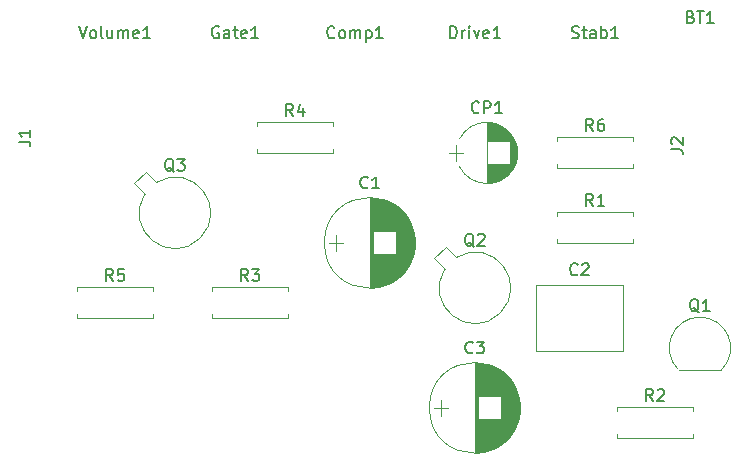
<source format=gbr>
G04 #@! TF.FileFunction,Legend,Top*
%FSLAX46Y46*%
G04 Gerber Fmt 4.6, Leading zero omitted, Abs format (unit mm)*
G04 Created by KiCad (PCBNEW 4.0.6) date 10/29/17 11:42:20*
%MOMM*%
%LPD*%
G01*
G04 APERTURE LIST*
%ADD10C,0.100000*%
%ADD11C,0.120000*%
%ADD12C,0.150000*%
G04 APERTURE END LIST*
D10*
D11*
X170190000Y-68580000D02*
G75*
G03X170190000Y-68580000I-3840000J0D01*
G01*
X166350000Y-64780000D02*
X166350000Y-72380000D01*
X166390000Y-64780000D02*
X166390000Y-72380000D01*
X166430000Y-64780000D02*
X166430000Y-72380000D01*
X166470000Y-64781000D02*
X166470000Y-72379000D01*
X166510000Y-64783000D02*
X166510000Y-72377000D01*
X166550000Y-64785000D02*
X166550000Y-72375000D01*
X166590000Y-64787000D02*
X166590000Y-72373000D01*
X166630000Y-64790000D02*
X166630000Y-67600000D01*
X166630000Y-69560000D02*
X166630000Y-72370000D01*
X166670000Y-64793000D02*
X166670000Y-67600000D01*
X166670000Y-69560000D02*
X166670000Y-72367000D01*
X166710000Y-64796000D02*
X166710000Y-67600000D01*
X166710000Y-69560000D02*
X166710000Y-72364000D01*
X166750000Y-64800000D02*
X166750000Y-67600000D01*
X166750000Y-69560000D02*
X166750000Y-72360000D01*
X166790000Y-64805000D02*
X166790000Y-67600000D01*
X166790000Y-69560000D02*
X166790000Y-72355000D01*
X166830000Y-64810000D02*
X166830000Y-67600000D01*
X166830000Y-69560000D02*
X166830000Y-72350000D01*
X166870000Y-64815000D02*
X166870000Y-67600000D01*
X166870000Y-69560000D02*
X166870000Y-72345000D01*
X166910000Y-64821000D02*
X166910000Y-67600000D01*
X166910000Y-69560000D02*
X166910000Y-72339000D01*
X166950000Y-64827000D02*
X166950000Y-67600000D01*
X166950000Y-69560000D02*
X166950000Y-72333000D01*
X166990000Y-64833000D02*
X166990000Y-67600000D01*
X166990000Y-69560000D02*
X166990000Y-72327000D01*
X167030000Y-64840000D02*
X167030000Y-67600000D01*
X167030000Y-69560000D02*
X167030000Y-72320000D01*
X167071000Y-64848000D02*
X167071000Y-67600000D01*
X167071000Y-69560000D02*
X167071000Y-72312000D01*
X167111000Y-64855000D02*
X167111000Y-67600000D01*
X167111000Y-69560000D02*
X167111000Y-72305000D01*
X167151000Y-64864000D02*
X167151000Y-67600000D01*
X167151000Y-69560000D02*
X167151000Y-72296000D01*
X167191000Y-64873000D02*
X167191000Y-67600000D01*
X167191000Y-69560000D02*
X167191000Y-72287000D01*
X167231000Y-64882000D02*
X167231000Y-67600000D01*
X167231000Y-69560000D02*
X167231000Y-72278000D01*
X167271000Y-64891000D02*
X167271000Y-67600000D01*
X167271000Y-69560000D02*
X167271000Y-72269000D01*
X167311000Y-64901000D02*
X167311000Y-67600000D01*
X167311000Y-69560000D02*
X167311000Y-72259000D01*
X167351000Y-64912000D02*
X167351000Y-67600000D01*
X167351000Y-69560000D02*
X167351000Y-72248000D01*
X167391000Y-64923000D02*
X167391000Y-67600000D01*
X167391000Y-69560000D02*
X167391000Y-72237000D01*
X167431000Y-64935000D02*
X167431000Y-67600000D01*
X167431000Y-69560000D02*
X167431000Y-72225000D01*
X167471000Y-64946000D02*
X167471000Y-67600000D01*
X167471000Y-69560000D02*
X167471000Y-72214000D01*
X167511000Y-64959000D02*
X167511000Y-67600000D01*
X167511000Y-69560000D02*
X167511000Y-72201000D01*
X167551000Y-64972000D02*
X167551000Y-67600000D01*
X167551000Y-69560000D02*
X167551000Y-72188000D01*
X167591000Y-64985000D02*
X167591000Y-67600000D01*
X167591000Y-69560000D02*
X167591000Y-72175000D01*
X167631000Y-64999000D02*
X167631000Y-67600000D01*
X167631000Y-69560000D02*
X167631000Y-72161000D01*
X167671000Y-65014000D02*
X167671000Y-67600000D01*
X167671000Y-69560000D02*
X167671000Y-72146000D01*
X167711000Y-65028000D02*
X167711000Y-67600000D01*
X167711000Y-69560000D02*
X167711000Y-72132000D01*
X167751000Y-65044000D02*
X167751000Y-67600000D01*
X167751000Y-69560000D02*
X167751000Y-72116000D01*
X167791000Y-65060000D02*
X167791000Y-67600000D01*
X167791000Y-69560000D02*
X167791000Y-72100000D01*
X167831000Y-65076000D02*
X167831000Y-67600000D01*
X167831000Y-69560000D02*
X167831000Y-72084000D01*
X167871000Y-65093000D02*
X167871000Y-67600000D01*
X167871000Y-69560000D02*
X167871000Y-72067000D01*
X167911000Y-65111000D02*
X167911000Y-67600000D01*
X167911000Y-69560000D02*
X167911000Y-72049000D01*
X167951000Y-65129000D02*
X167951000Y-67600000D01*
X167951000Y-69560000D02*
X167951000Y-72031000D01*
X167991000Y-65147000D02*
X167991000Y-67600000D01*
X167991000Y-69560000D02*
X167991000Y-72013000D01*
X168031000Y-65167000D02*
X168031000Y-67600000D01*
X168031000Y-69560000D02*
X168031000Y-71993000D01*
X168071000Y-65186000D02*
X168071000Y-67600000D01*
X168071000Y-69560000D02*
X168071000Y-71974000D01*
X168111000Y-65207000D02*
X168111000Y-67600000D01*
X168111000Y-69560000D02*
X168111000Y-71953000D01*
X168151000Y-65228000D02*
X168151000Y-67600000D01*
X168151000Y-69560000D02*
X168151000Y-71932000D01*
X168191000Y-65249000D02*
X168191000Y-67600000D01*
X168191000Y-69560000D02*
X168191000Y-71911000D01*
X168231000Y-65271000D02*
X168231000Y-67600000D01*
X168231000Y-69560000D02*
X168231000Y-71889000D01*
X168271000Y-65294000D02*
X168271000Y-67600000D01*
X168271000Y-69560000D02*
X168271000Y-71866000D01*
X168311000Y-65317000D02*
X168311000Y-67600000D01*
X168311000Y-69560000D02*
X168311000Y-71843000D01*
X168351000Y-65341000D02*
X168351000Y-67600000D01*
X168351000Y-69560000D02*
X168351000Y-71819000D01*
X168391000Y-65366000D02*
X168391000Y-67600000D01*
X168391000Y-69560000D02*
X168391000Y-71794000D01*
X168431000Y-65392000D02*
X168431000Y-67600000D01*
X168431000Y-69560000D02*
X168431000Y-71768000D01*
X168471000Y-65418000D02*
X168471000Y-67600000D01*
X168471000Y-69560000D02*
X168471000Y-71742000D01*
X168511000Y-65445000D02*
X168511000Y-67600000D01*
X168511000Y-69560000D02*
X168511000Y-71715000D01*
X168551000Y-65472000D02*
X168551000Y-67600000D01*
X168551000Y-69560000D02*
X168551000Y-71688000D01*
X168591000Y-65501000D02*
X168591000Y-71659000D01*
X168631000Y-65530000D02*
X168631000Y-71630000D01*
X168671000Y-65560000D02*
X168671000Y-71600000D01*
X168711000Y-65590000D02*
X168711000Y-71570000D01*
X168751000Y-65622000D02*
X168751000Y-71538000D01*
X168791000Y-65654000D02*
X168791000Y-71506000D01*
X168831000Y-65688000D02*
X168831000Y-71472000D01*
X168871000Y-65722000D02*
X168871000Y-71438000D01*
X168911000Y-65757000D02*
X168911000Y-71403000D01*
X168951000Y-65794000D02*
X168951000Y-71366000D01*
X168991000Y-65831000D02*
X168991000Y-71329000D01*
X169031000Y-65869000D02*
X169031000Y-71291000D01*
X169071000Y-65909000D02*
X169071000Y-71251000D01*
X169111000Y-65950000D02*
X169111000Y-71210000D01*
X169151000Y-65992000D02*
X169151000Y-71168000D01*
X169191000Y-66035000D02*
X169191000Y-71125000D01*
X169231000Y-66080000D02*
X169231000Y-71080000D01*
X169271000Y-66126000D02*
X169271000Y-71034000D01*
X169311000Y-66173000D02*
X169311000Y-70987000D01*
X169351000Y-66223000D02*
X169351000Y-70937000D01*
X169391000Y-66273000D02*
X169391000Y-70887000D01*
X169431000Y-66326000D02*
X169431000Y-70834000D01*
X169471000Y-66381000D02*
X169471000Y-70779000D01*
X169511000Y-66438000D02*
X169511000Y-70722000D01*
X169551000Y-66497000D02*
X169551000Y-70663000D01*
X169591000Y-66558000D02*
X169591000Y-70602000D01*
X169631000Y-66623000D02*
X169631000Y-70537000D01*
X169671000Y-66690000D02*
X169671000Y-70470000D01*
X169711000Y-66760000D02*
X169711000Y-70400000D01*
X169751000Y-66835000D02*
X169751000Y-70325000D01*
X169791000Y-66913000D02*
X169791000Y-70247000D01*
X169831000Y-66996000D02*
X169831000Y-70164000D01*
X169871000Y-67085000D02*
X169871000Y-70075000D01*
X169911000Y-67180000D02*
X169911000Y-69980000D01*
X169951000Y-67283000D02*
X169951000Y-69877000D01*
X169991000Y-67396000D02*
X169991000Y-69764000D01*
X170031000Y-67523000D02*
X170031000Y-69637000D01*
X170071000Y-67667000D02*
X170071000Y-69493000D01*
X170111000Y-67840000D02*
X170111000Y-69320000D01*
X170151000Y-68067000D02*
X170151000Y-69093000D01*
X162900000Y-68580000D02*
X164100000Y-68580000D01*
X163500000Y-67930000D02*
X163500000Y-69230000D01*
X180450000Y-72120000D02*
X187770000Y-72120000D01*
X180450000Y-77740000D02*
X187770000Y-77740000D01*
X180450000Y-72120000D02*
X180450000Y-77740000D01*
X187770000Y-72120000D02*
X187770000Y-77740000D01*
X179080000Y-82550000D02*
G75*
G03X179080000Y-82550000I-3840000J0D01*
G01*
X175240000Y-78750000D02*
X175240000Y-86350000D01*
X175280000Y-78750000D02*
X175280000Y-86350000D01*
X175320000Y-78750000D02*
X175320000Y-86350000D01*
X175360000Y-78751000D02*
X175360000Y-86349000D01*
X175400000Y-78753000D02*
X175400000Y-86347000D01*
X175440000Y-78755000D02*
X175440000Y-86345000D01*
X175480000Y-78757000D02*
X175480000Y-86343000D01*
X175520000Y-78760000D02*
X175520000Y-81570000D01*
X175520000Y-83530000D02*
X175520000Y-86340000D01*
X175560000Y-78763000D02*
X175560000Y-81570000D01*
X175560000Y-83530000D02*
X175560000Y-86337000D01*
X175600000Y-78766000D02*
X175600000Y-81570000D01*
X175600000Y-83530000D02*
X175600000Y-86334000D01*
X175640000Y-78770000D02*
X175640000Y-81570000D01*
X175640000Y-83530000D02*
X175640000Y-86330000D01*
X175680000Y-78775000D02*
X175680000Y-81570000D01*
X175680000Y-83530000D02*
X175680000Y-86325000D01*
X175720000Y-78780000D02*
X175720000Y-81570000D01*
X175720000Y-83530000D02*
X175720000Y-86320000D01*
X175760000Y-78785000D02*
X175760000Y-81570000D01*
X175760000Y-83530000D02*
X175760000Y-86315000D01*
X175800000Y-78791000D02*
X175800000Y-81570000D01*
X175800000Y-83530000D02*
X175800000Y-86309000D01*
X175840000Y-78797000D02*
X175840000Y-81570000D01*
X175840000Y-83530000D02*
X175840000Y-86303000D01*
X175880000Y-78803000D02*
X175880000Y-81570000D01*
X175880000Y-83530000D02*
X175880000Y-86297000D01*
X175920000Y-78810000D02*
X175920000Y-81570000D01*
X175920000Y-83530000D02*
X175920000Y-86290000D01*
X175961000Y-78818000D02*
X175961000Y-81570000D01*
X175961000Y-83530000D02*
X175961000Y-86282000D01*
X176001000Y-78825000D02*
X176001000Y-81570000D01*
X176001000Y-83530000D02*
X176001000Y-86275000D01*
X176041000Y-78834000D02*
X176041000Y-81570000D01*
X176041000Y-83530000D02*
X176041000Y-86266000D01*
X176081000Y-78843000D02*
X176081000Y-81570000D01*
X176081000Y-83530000D02*
X176081000Y-86257000D01*
X176121000Y-78852000D02*
X176121000Y-81570000D01*
X176121000Y-83530000D02*
X176121000Y-86248000D01*
X176161000Y-78861000D02*
X176161000Y-81570000D01*
X176161000Y-83530000D02*
X176161000Y-86239000D01*
X176201000Y-78871000D02*
X176201000Y-81570000D01*
X176201000Y-83530000D02*
X176201000Y-86229000D01*
X176241000Y-78882000D02*
X176241000Y-81570000D01*
X176241000Y-83530000D02*
X176241000Y-86218000D01*
X176281000Y-78893000D02*
X176281000Y-81570000D01*
X176281000Y-83530000D02*
X176281000Y-86207000D01*
X176321000Y-78905000D02*
X176321000Y-81570000D01*
X176321000Y-83530000D02*
X176321000Y-86195000D01*
X176361000Y-78916000D02*
X176361000Y-81570000D01*
X176361000Y-83530000D02*
X176361000Y-86184000D01*
X176401000Y-78929000D02*
X176401000Y-81570000D01*
X176401000Y-83530000D02*
X176401000Y-86171000D01*
X176441000Y-78942000D02*
X176441000Y-81570000D01*
X176441000Y-83530000D02*
X176441000Y-86158000D01*
X176481000Y-78955000D02*
X176481000Y-81570000D01*
X176481000Y-83530000D02*
X176481000Y-86145000D01*
X176521000Y-78969000D02*
X176521000Y-81570000D01*
X176521000Y-83530000D02*
X176521000Y-86131000D01*
X176561000Y-78984000D02*
X176561000Y-81570000D01*
X176561000Y-83530000D02*
X176561000Y-86116000D01*
X176601000Y-78998000D02*
X176601000Y-81570000D01*
X176601000Y-83530000D02*
X176601000Y-86102000D01*
X176641000Y-79014000D02*
X176641000Y-81570000D01*
X176641000Y-83530000D02*
X176641000Y-86086000D01*
X176681000Y-79030000D02*
X176681000Y-81570000D01*
X176681000Y-83530000D02*
X176681000Y-86070000D01*
X176721000Y-79046000D02*
X176721000Y-81570000D01*
X176721000Y-83530000D02*
X176721000Y-86054000D01*
X176761000Y-79063000D02*
X176761000Y-81570000D01*
X176761000Y-83530000D02*
X176761000Y-86037000D01*
X176801000Y-79081000D02*
X176801000Y-81570000D01*
X176801000Y-83530000D02*
X176801000Y-86019000D01*
X176841000Y-79099000D02*
X176841000Y-81570000D01*
X176841000Y-83530000D02*
X176841000Y-86001000D01*
X176881000Y-79117000D02*
X176881000Y-81570000D01*
X176881000Y-83530000D02*
X176881000Y-85983000D01*
X176921000Y-79137000D02*
X176921000Y-81570000D01*
X176921000Y-83530000D02*
X176921000Y-85963000D01*
X176961000Y-79156000D02*
X176961000Y-81570000D01*
X176961000Y-83530000D02*
X176961000Y-85944000D01*
X177001000Y-79177000D02*
X177001000Y-81570000D01*
X177001000Y-83530000D02*
X177001000Y-85923000D01*
X177041000Y-79198000D02*
X177041000Y-81570000D01*
X177041000Y-83530000D02*
X177041000Y-85902000D01*
X177081000Y-79219000D02*
X177081000Y-81570000D01*
X177081000Y-83530000D02*
X177081000Y-85881000D01*
X177121000Y-79241000D02*
X177121000Y-81570000D01*
X177121000Y-83530000D02*
X177121000Y-85859000D01*
X177161000Y-79264000D02*
X177161000Y-81570000D01*
X177161000Y-83530000D02*
X177161000Y-85836000D01*
X177201000Y-79287000D02*
X177201000Y-81570000D01*
X177201000Y-83530000D02*
X177201000Y-85813000D01*
X177241000Y-79311000D02*
X177241000Y-81570000D01*
X177241000Y-83530000D02*
X177241000Y-85789000D01*
X177281000Y-79336000D02*
X177281000Y-81570000D01*
X177281000Y-83530000D02*
X177281000Y-85764000D01*
X177321000Y-79362000D02*
X177321000Y-81570000D01*
X177321000Y-83530000D02*
X177321000Y-85738000D01*
X177361000Y-79388000D02*
X177361000Y-81570000D01*
X177361000Y-83530000D02*
X177361000Y-85712000D01*
X177401000Y-79415000D02*
X177401000Y-81570000D01*
X177401000Y-83530000D02*
X177401000Y-85685000D01*
X177441000Y-79442000D02*
X177441000Y-81570000D01*
X177441000Y-83530000D02*
X177441000Y-85658000D01*
X177481000Y-79471000D02*
X177481000Y-85629000D01*
X177521000Y-79500000D02*
X177521000Y-85600000D01*
X177561000Y-79530000D02*
X177561000Y-85570000D01*
X177601000Y-79560000D02*
X177601000Y-85540000D01*
X177641000Y-79592000D02*
X177641000Y-85508000D01*
X177681000Y-79624000D02*
X177681000Y-85476000D01*
X177721000Y-79658000D02*
X177721000Y-85442000D01*
X177761000Y-79692000D02*
X177761000Y-85408000D01*
X177801000Y-79727000D02*
X177801000Y-85373000D01*
X177841000Y-79764000D02*
X177841000Y-85336000D01*
X177881000Y-79801000D02*
X177881000Y-85299000D01*
X177921000Y-79839000D02*
X177921000Y-85261000D01*
X177961000Y-79879000D02*
X177961000Y-85221000D01*
X178001000Y-79920000D02*
X178001000Y-85180000D01*
X178041000Y-79962000D02*
X178041000Y-85138000D01*
X178081000Y-80005000D02*
X178081000Y-85095000D01*
X178121000Y-80050000D02*
X178121000Y-85050000D01*
X178161000Y-80096000D02*
X178161000Y-85004000D01*
X178201000Y-80143000D02*
X178201000Y-84957000D01*
X178241000Y-80193000D02*
X178241000Y-84907000D01*
X178281000Y-80243000D02*
X178281000Y-84857000D01*
X178321000Y-80296000D02*
X178321000Y-84804000D01*
X178361000Y-80351000D02*
X178361000Y-84749000D01*
X178401000Y-80408000D02*
X178401000Y-84692000D01*
X178441000Y-80467000D02*
X178441000Y-84633000D01*
X178481000Y-80528000D02*
X178481000Y-84572000D01*
X178521000Y-80593000D02*
X178521000Y-84507000D01*
X178561000Y-80660000D02*
X178561000Y-84440000D01*
X178601000Y-80730000D02*
X178601000Y-84370000D01*
X178641000Y-80805000D02*
X178641000Y-84295000D01*
X178681000Y-80883000D02*
X178681000Y-84217000D01*
X178721000Y-80966000D02*
X178721000Y-84134000D01*
X178761000Y-81055000D02*
X178761000Y-84045000D01*
X178801000Y-81150000D02*
X178801000Y-83950000D01*
X178841000Y-81253000D02*
X178841000Y-83847000D01*
X178881000Y-81366000D02*
X178881000Y-83734000D01*
X178921000Y-81493000D02*
X178921000Y-83607000D01*
X178961000Y-81637000D02*
X178961000Y-83463000D01*
X179001000Y-81810000D02*
X179001000Y-83290000D01*
X179041000Y-82037000D02*
X179041000Y-83063000D01*
X171790000Y-82550000D02*
X172990000Y-82550000D01*
X172390000Y-81900000D02*
X172390000Y-83200000D01*
X178565722Y-59780277D02*
G75*
G03X173954420Y-59780000I-2305722J-1179723D01*
G01*
X178565722Y-62139723D02*
G75*
G02X173954420Y-62140000I-2305722J1179723D01*
G01*
X178565722Y-62139723D02*
G75*
G03X178565580Y-59780000I-2305722J1179723D01*
G01*
X176260000Y-58410000D02*
X176260000Y-63510000D01*
X176300000Y-58410000D02*
X176300000Y-59980000D01*
X176300000Y-61940000D02*
X176300000Y-63510000D01*
X176340000Y-58411000D02*
X176340000Y-59980000D01*
X176340000Y-61940000D02*
X176340000Y-63509000D01*
X176380000Y-58412000D02*
X176380000Y-59980000D01*
X176380000Y-61940000D02*
X176380000Y-63508000D01*
X176420000Y-58414000D02*
X176420000Y-59980000D01*
X176420000Y-61940000D02*
X176420000Y-63506000D01*
X176460000Y-58417000D02*
X176460000Y-59980000D01*
X176460000Y-61940000D02*
X176460000Y-63503000D01*
X176500000Y-58421000D02*
X176500000Y-59980000D01*
X176500000Y-61940000D02*
X176500000Y-63499000D01*
X176540000Y-58425000D02*
X176540000Y-59980000D01*
X176540000Y-61940000D02*
X176540000Y-63495000D01*
X176580000Y-58429000D02*
X176580000Y-59980000D01*
X176580000Y-61940000D02*
X176580000Y-63491000D01*
X176620000Y-58435000D02*
X176620000Y-59980000D01*
X176620000Y-61940000D02*
X176620000Y-63485000D01*
X176660000Y-58441000D02*
X176660000Y-59980000D01*
X176660000Y-61940000D02*
X176660000Y-63479000D01*
X176700000Y-58447000D02*
X176700000Y-59980000D01*
X176700000Y-61940000D02*
X176700000Y-63473000D01*
X176740000Y-58454000D02*
X176740000Y-59980000D01*
X176740000Y-61940000D02*
X176740000Y-63466000D01*
X176780000Y-58462000D02*
X176780000Y-59980000D01*
X176780000Y-61940000D02*
X176780000Y-63458000D01*
X176820000Y-58471000D02*
X176820000Y-59980000D01*
X176820000Y-61940000D02*
X176820000Y-63449000D01*
X176860000Y-58480000D02*
X176860000Y-59980000D01*
X176860000Y-61940000D02*
X176860000Y-63440000D01*
X176900000Y-58490000D02*
X176900000Y-59980000D01*
X176900000Y-61940000D02*
X176900000Y-63430000D01*
X176940000Y-58500000D02*
X176940000Y-59980000D01*
X176940000Y-61940000D02*
X176940000Y-63420000D01*
X176981000Y-58512000D02*
X176981000Y-59980000D01*
X176981000Y-61940000D02*
X176981000Y-63408000D01*
X177021000Y-58524000D02*
X177021000Y-59980000D01*
X177021000Y-61940000D02*
X177021000Y-63396000D01*
X177061000Y-58536000D02*
X177061000Y-59980000D01*
X177061000Y-61940000D02*
X177061000Y-63384000D01*
X177101000Y-58550000D02*
X177101000Y-59980000D01*
X177101000Y-61940000D02*
X177101000Y-63370000D01*
X177141000Y-58564000D02*
X177141000Y-59980000D01*
X177141000Y-61940000D02*
X177141000Y-63356000D01*
X177181000Y-58578000D02*
X177181000Y-59980000D01*
X177181000Y-61940000D02*
X177181000Y-63342000D01*
X177221000Y-58594000D02*
X177221000Y-59980000D01*
X177221000Y-61940000D02*
X177221000Y-63326000D01*
X177261000Y-58610000D02*
X177261000Y-59980000D01*
X177261000Y-61940000D02*
X177261000Y-63310000D01*
X177301000Y-58627000D02*
X177301000Y-59980000D01*
X177301000Y-61940000D02*
X177301000Y-63293000D01*
X177341000Y-58645000D02*
X177341000Y-59980000D01*
X177341000Y-61940000D02*
X177341000Y-63275000D01*
X177381000Y-58664000D02*
X177381000Y-59980000D01*
X177381000Y-61940000D02*
X177381000Y-63256000D01*
X177421000Y-58684000D02*
X177421000Y-59980000D01*
X177421000Y-61940000D02*
X177421000Y-63236000D01*
X177461000Y-58704000D02*
X177461000Y-59980000D01*
X177461000Y-61940000D02*
X177461000Y-63216000D01*
X177501000Y-58726000D02*
X177501000Y-59980000D01*
X177501000Y-61940000D02*
X177501000Y-63194000D01*
X177541000Y-58748000D02*
X177541000Y-59980000D01*
X177541000Y-61940000D02*
X177541000Y-63172000D01*
X177581000Y-58771000D02*
X177581000Y-59980000D01*
X177581000Y-61940000D02*
X177581000Y-63149000D01*
X177621000Y-58795000D02*
X177621000Y-59980000D01*
X177621000Y-61940000D02*
X177621000Y-63125000D01*
X177661000Y-58820000D02*
X177661000Y-59980000D01*
X177661000Y-61940000D02*
X177661000Y-63100000D01*
X177701000Y-58847000D02*
X177701000Y-59980000D01*
X177701000Y-61940000D02*
X177701000Y-63073000D01*
X177741000Y-58874000D02*
X177741000Y-59980000D01*
X177741000Y-61940000D02*
X177741000Y-63046000D01*
X177781000Y-58902000D02*
X177781000Y-59980000D01*
X177781000Y-61940000D02*
X177781000Y-63018000D01*
X177821000Y-58932000D02*
X177821000Y-59980000D01*
X177821000Y-61940000D02*
X177821000Y-62988000D01*
X177861000Y-58963000D02*
X177861000Y-59980000D01*
X177861000Y-61940000D02*
X177861000Y-62957000D01*
X177901000Y-58995000D02*
X177901000Y-59980000D01*
X177901000Y-61940000D02*
X177901000Y-62925000D01*
X177941000Y-59028000D02*
X177941000Y-59980000D01*
X177941000Y-61940000D02*
X177941000Y-62892000D01*
X177981000Y-59063000D02*
X177981000Y-59980000D01*
X177981000Y-61940000D02*
X177981000Y-62857000D01*
X178021000Y-59099000D02*
X178021000Y-59980000D01*
X178021000Y-61940000D02*
X178021000Y-62821000D01*
X178061000Y-59137000D02*
X178061000Y-59980000D01*
X178061000Y-61940000D02*
X178061000Y-62783000D01*
X178101000Y-59177000D02*
X178101000Y-59980000D01*
X178101000Y-61940000D02*
X178101000Y-62743000D01*
X178141000Y-59218000D02*
X178141000Y-59980000D01*
X178141000Y-61940000D02*
X178141000Y-62702000D01*
X178181000Y-59261000D02*
X178181000Y-59980000D01*
X178181000Y-61940000D02*
X178181000Y-62659000D01*
X178221000Y-59306000D02*
X178221000Y-59980000D01*
X178221000Y-61940000D02*
X178221000Y-62614000D01*
X178261000Y-59354000D02*
X178261000Y-62566000D01*
X178301000Y-59404000D02*
X178301000Y-62516000D01*
X178341000Y-59456000D02*
X178341000Y-62464000D01*
X178381000Y-59512000D02*
X178381000Y-62408000D01*
X178421000Y-59570000D02*
X178421000Y-62350000D01*
X178461000Y-59633000D02*
X178461000Y-62287000D01*
X178501000Y-59699000D02*
X178501000Y-62221000D01*
X178541000Y-59771000D02*
X178541000Y-62149000D01*
X178581000Y-59848000D02*
X178581000Y-62072000D01*
X178621000Y-59932000D02*
X178621000Y-61988000D01*
X178661000Y-60026000D02*
X178661000Y-61894000D01*
X178701000Y-60131000D02*
X178701000Y-61789000D01*
X178741000Y-60253000D02*
X178741000Y-61667000D01*
X178781000Y-60401000D02*
X178781000Y-61519000D01*
X178821000Y-60606000D02*
X178821000Y-61314000D01*
X173060000Y-60960000D02*
X174260000Y-60960000D01*
X173660000Y-60310000D02*
X173660000Y-61610000D01*
X192510000Y-79320000D02*
X196110000Y-79320000D01*
X192471522Y-79308478D02*
G75*
G02X194310000Y-74870000I1838478J1838478D01*
G01*
X196148478Y-79308478D02*
G75*
G03X194310000Y-74870000I-1838478J1838478D01*
G01*
X173677669Y-69817719D02*
X172765501Y-68905552D01*
X172765501Y-68905552D02*
X171775552Y-69895501D01*
X171775552Y-69895501D02*
X172687719Y-70807669D01*
X172687850Y-70807456D02*
G75*
G03X173677669Y-69817719I2572150J-1582544D01*
G01*
X148277669Y-63467719D02*
X147365501Y-62555552D01*
X147365501Y-62555552D02*
X146375552Y-63545501D01*
X146375552Y-63545501D02*
X147287719Y-64457669D01*
X147287850Y-64457456D02*
G75*
G03X148277669Y-63467719I2572150J-1582544D01*
G01*
X182210000Y-66330000D02*
X182210000Y-66000000D01*
X182210000Y-66000000D02*
X188630000Y-66000000D01*
X188630000Y-66000000D02*
X188630000Y-66330000D01*
X182210000Y-68290000D02*
X182210000Y-68620000D01*
X182210000Y-68620000D02*
X188630000Y-68620000D01*
X188630000Y-68620000D02*
X188630000Y-68290000D01*
X187290000Y-82840000D02*
X187290000Y-82510000D01*
X187290000Y-82510000D02*
X193710000Y-82510000D01*
X193710000Y-82510000D02*
X193710000Y-82840000D01*
X187290000Y-84800000D02*
X187290000Y-85130000D01*
X187290000Y-85130000D02*
X193710000Y-85130000D01*
X193710000Y-85130000D02*
X193710000Y-84800000D01*
X153000000Y-72680000D02*
X153000000Y-72350000D01*
X153000000Y-72350000D02*
X159420000Y-72350000D01*
X159420000Y-72350000D02*
X159420000Y-72680000D01*
X153000000Y-74640000D02*
X153000000Y-74970000D01*
X153000000Y-74970000D02*
X159420000Y-74970000D01*
X159420000Y-74970000D02*
X159420000Y-74640000D01*
X156810000Y-58710000D02*
X156810000Y-58380000D01*
X156810000Y-58380000D02*
X163230000Y-58380000D01*
X163230000Y-58380000D02*
X163230000Y-58710000D01*
X156810000Y-60670000D02*
X156810000Y-61000000D01*
X156810000Y-61000000D02*
X163230000Y-61000000D01*
X163230000Y-61000000D02*
X163230000Y-60670000D01*
X141570000Y-72680000D02*
X141570000Y-72350000D01*
X141570000Y-72350000D02*
X147990000Y-72350000D01*
X147990000Y-72350000D02*
X147990000Y-72680000D01*
X141570000Y-74640000D02*
X141570000Y-74970000D01*
X141570000Y-74970000D02*
X147990000Y-74970000D01*
X147990000Y-74970000D02*
X147990000Y-74640000D01*
X182210000Y-59980000D02*
X182210000Y-59650000D01*
X182210000Y-59650000D02*
X188630000Y-59650000D01*
X188630000Y-59650000D02*
X188630000Y-59980000D01*
X182210000Y-61940000D02*
X182210000Y-62270000D01*
X182210000Y-62270000D02*
X188630000Y-62270000D01*
X188630000Y-62270000D02*
X188630000Y-61940000D01*
D12*
X193524286Y-49458571D02*
X193667143Y-49506190D01*
X193714762Y-49553810D01*
X193762381Y-49649048D01*
X193762381Y-49791905D01*
X193714762Y-49887143D01*
X193667143Y-49934762D01*
X193571905Y-49982381D01*
X193190952Y-49982381D01*
X193190952Y-48982381D01*
X193524286Y-48982381D01*
X193619524Y-49030000D01*
X193667143Y-49077619D01*
X193714762Y-49172857D01*
X193714762Y-49268095D01*
X193667143Y-49363333D01*
X193619524Y-49410952D01*
X193524286Y-49458571D01*
X193190952Y-49458571D01*
X194048095Y-48982381D02*
X194619524Y-48982381D01*
X194333809Y-49982381D02*
X194333809Y-48982381D01*
X195476667Y-49982381D02*
X194905238Y-49982381D01*
X195190952Y-49982381D02*
X195190952Y-48982381D01*
X195095714Y-49125238D01*
X195000476Y-49220476D01*
X194905238Y-49268095D01*
X166183334Y-63877143D02*
X166135715Y-63924762D01*
X165992858Y-63972381D01*
X165897620Y-63972381D01*
X165754762Y-63924762D01*
X165659524Y-63829524D01*
X165611905Y-63734286D01*
X165564286Y-63543810D01*
X165564286Y-63400952D01*
X165611905Y-63210476D01*
X165659524Y-63115238D01*
X165754762Y-63020000D01*
X165897620Y-62972381D01*
X165992858Y-62972381D01*
X166135715Y-63020000D01*
X166183334Y-63067619D01*
X167135715Y-63972381D02*
X166564286Y-63972381D01*
X166850000Y-63972381D02*
X166850000Y-62972381D01*
X166754762Y-63115238D01*
X166659524Y-63210476D01*
X166564286Y-63258095D01*
X183943334Y-71227143D02*
X183895715Y-71274762D01*
X183752858Y-71322381D01*
X183657620Y-71322381D01*
X183514762Y-71274762D01*
X183419524Y-71179524D01*
X183371905Y-71084286D01*
X183324286Y-70893810D01*
X183324286Y-70750952D01*
X183371905Y-70560476D01*
X183419524Y-70465238D01*
X183514762Y-70370000D01*
X183657620Y-70322381D01*
X183752858Y-70322381D01*
X183895715Y-70370000D01*
X183943334Y-70417619D01*
X184324286Y-70417619D02*
X184371905Y-70370000D01*
X184467143Y-70322381D01*
X184705239Y-70322381D01*
X184800477Y-70370000D01*
X184848096Y-70417619D01*
X184895715Y-70512857D01*
X184895715Y-70608095D01*
X184848096Y-70750952D01*
X184276667Y-71322381D01*
X184895715Y-71322381D01*
X175073334Y-77847143D02*
X175025715Y-77894762D01*
X174882858Y-77942381D01*
X174787620Y-77942381D01*
X174644762Y-77894762D01*
X174549524Y-77799524D01*
X174501905Y-77704286D01*
X174454286Y-77513810D01*
X174454286Y-77370952D01*
X174501905Y-77180476D01*
X174549524Y-77085238D01*
X174644762Y-76990000D01*
X174787620Y-76942381D01*
X174882858Y-76942381D01*
X175025715Y-76990000D01*
X175073334Y-77037619D01*
X175406667Y-76942381D02*
X176025715Y-76942381D01*
X175692381Y-77323333D01*
X175835239Y-77323333D01*
X175930477Y-77370952D01*
X175978096Y-77418571D01*
X176025715Y-77513810D01*
X176025715Y-77751905D01*
X175978096Y-77847143D01*
X175930477Y-77894762D01*
X175835239Y-77942381D01*
X175549524Y-77942381D01*
X175454286Y-77894762D01*
X175406667Y-77847143D01*
X163361905Y-51157143D02*
X163314286Y-51204762D01*
X163171429Y-51252381D01*
X163076191Y-51252381D01*
X162933333Y-51204762D01*
X162838095Y-51109524D01*
X162790476Y-51014286D01*
X162742857Y-50823810D01*
X162742857Y-50680952D01*
X162790476Y-50490476D01*
X162838095Y-50395238D01*
X162933333Y-50300000D01*
X163076191Y-50252381D01*
X163171429Y-50252381D01*
X163314286Y-50300000D01*
X163361905Y-50347619D01*
X163933333Y-51252381D02*
X163838095Y-51204762D01*
X163790476Y-51157143D01*
X163742857Y-51061905D01*
X163742857Y-50776190D01*
X163790476Y-50680952D01*
X163838095Y-50633333D01*
X163933333Y-50585714D01*
X164076191Y-50585714D01*
X164171429Y-50633333D01*
X164219048Y-50680952D01*
X164266667Y-50776190D01*
X164266667Y-51061905D01*
X164219048Y-51157143D01*
X164171429Y-51204762D01*
X164076191Y-51252381D01*
X163933333Y-51252381D01*
X164695238Y-51252381D02*
X164695238Y-50585714D01*
X164695238Y-50680952D02*
X164742857Y-50633333D01*
X164838095Y-50585714D01*
X164980953Y-50585714D01*
X165076191Y-50633333D01*
X165123810Y-50728571D01*
X165123810Y-51252381D01*
X165123810Y-50728571D02*
X165171429Y-50633333D01*
X165266667Y-50585714D01*
X165409524Y-50585714D01*
X165504762Y-50633333D01*
X165552381Y-50728571D01*
X165552381Y-51252381D01*
X166028571Y-50585714D02*
X166028571Y-51585714D01*
X166028571Y-50633333D02*
X166123809Y-50585714D01*
X166314286Y-50585714D01*
X166409524Y-50633333D01*
X166457143Y-50680952D01*
X166504762Y-50776190D01*
X166504762Y-51061905D01*
X166457143Y-51157143D01*
X166409524Y-51204762D01*
X166314286Y-51252381D01*
X166123809Y-51252381D01*
X166028571Y-51204762D01*
X167457143Y-51252381D02*
X166885714Y-51252381D01*
X167171428Y-51252381D02*
X167171428Y-50252381D01*
X167076190Y-50395238D01*
X166980952Y-50490476D01*
X166885714Y-50538095D01*
X175593334Y-57507143D02*
X175545715Y-57554762D01*
X175402858Y-57602381D01*
X175307620Y-57602381D01*
X175164762Y-57554762D01*
X175069524Y-57459524D01*
X175021905Y-57364286D01*
X174974286Y-57173810D01*
X174974286Y-57030952D01*
X175021905Y-56840476D01*
X175069524Y-56745238D01*
X175164762Y-56650000D01*
X175307620Y-56602381D01*
X175402858Y-56602381D01*
X175545715Y-56650000D01*
X175593334Y-56697619D01*
X176021905Y-57602381D02*
X176021905Y-56602381D01*
X176402858Y-56602381D01*
X176498096Y-56650000D01*
X176545715Y-56697619D01*
X176593334Y-56792857D01*
X176593334Y-56935714D01*
X176545715Y-57030952D01*
X176498096Y-57078571D01*
X176402858Y-57126190D01*
X176021905Y-57126190D01*
X177545715Y-57602381D02*
X176974286Y-57602381D01*
X177260000Y-57602381D02*
X177260000Y-56602381D01*
X177164762Y-56745238D01*
X177069524Y-56840476D01*
X176974286Y-56888095D01*
X173164762Y-51252381D02*
X173164762Y-50252381D01*
X173402857Y-50252381D01*
X173545715Y-50300000D01*
X173640953Y-50395238D01*
X173688572Y-50490476D01*
X173736191Y-50680952D01*
X173736191Y-50823810D01*
X173688572Y-51014286D01*
X173640953Y-51109524D01*
X173545715Y-51204762D01*
X173402857Y-51252381D01*
X173164762Y-51252381D01*
X174164762Y-51252381D02*
X174164762Y-50585714D01*
X174164762Y-50776190D02*
X174212381Y-50680952D01*
X174260000Y-50633333D01*
X174355238Y-50585714D01*
X174450477Y-50585714D01*
X174783810Y-51252381D02*
X174783810Y-50585714D01*
X174783810Y-50252381D02*
X174736191Y-50300000D01*
X174783810Y-50347619D01*
X174831429Y-50300000D01*
X174783810Y-50252381D01*
X174783810Y-50347619D01*
X175164762Y-50585714D02*
X175402857Y-51252381D01*
X175640953Y-50585714D01*
X176402858Y-51204762D02*
X176307620Y-51252381D01*
X176117143Y-51252381D01*
X176021905Y-51204762D01*
X175974286Y-51109524D01*
X175974286Y-50728571D01*
X176021905Y-50633333D01*
X176117143Y-50585714D01*
X176307620Y-50585714D01*
X176402858Y-50633333D01*
X176450477Y-50728571D01*
X176450477Y-50823810D01*
X175974286Y-50919048D01*
X177402858Y-51252381D02*
X176831429Y-51252381D01*
X177117143Y-51252381D02*
X177117143Y-50252381D01*
X177021905Y-50395238D01*
X176926667Y-50490476D01*
X176831429Y-50538095D01*
X153559048Y-50300000D02*
X153463810Y-50252381D01*
X153320953Y-50252381D01*
X153178095Y-50300000D01*
X153082857Y-50395238D01*
X153035238Y-50490476D01*
X152987619Y-50680952D01*
X152987619Y-50823810D01*
X153035238Y-51014286D01*
X153082857Y-51109524D01*
X153178095Y-51204762D01*
X153320953Y-51252381D01*
X153416191Y-51252381D01*
X153559048Y-51204762D01*
X153606667Y-51157143D01*
X153606667Y-50823810D01*
X153416191Y-50823810D01*
X154463810Y-51252381D02*
X154463810Y-50728571D01*
X154416191Y-50633333D01*
X154320953Y-50585714D01*
X154130476Y-50585714D01*
X154035238Y-50633333D01*
X154463810Y-51204762D02*
X154368572Y-51252381D01*
X154130476Y-51252381D01*
X154035238Y-51204762D01*
X153987619Y-51109524D01*
X153987619Y-51014286D01*
X154035238Y-50919048D01*
X154130476Y-50871429D01*
X154368572Y-50871429D01*
X154463810Y-50823810D01*
X154797143Y-50585714D02*
X155178095Y-50585714D01*
X154940000Y-50252381D02*
X154940000Y-51109524D01*
X154987619Y-51204762D01*
X155082857Y-51252381D01*
X155178095Y-51252381D01*
X155892382Y-51204762D02*
X155797144Y-51252381D01*
X155606667Y-51252381D01*
X155511429Y-51204762D01*
X155463810Y-51109524D01*
X155463810Y-50728571D01*
X155511429Y-50633333D01*
X155606667Y-50585714D01*
X155797144Y-50585714D01*
X155892382Y-50633333D01*
X155940001Y-50728571D01*
X155940001Y-50823810D01*
X155463810Y-50919048D01*
X156892382Y-51252381D02*
X156320953Y-51252381D01*
X156606667Y-51252381D02*
X156606667Y-50252381D01*
X156511429Y-50395238D01*
X156416191Y-50490476D01*
X156320953Y-50538095D01*
X136612381Y-60023333D02*
X137326667Y-60023333D01*
X137469524Y-60070953D01*
X137564762Y-60166191D01*
X137612381Y-60309048D01*
X137612381Y-60404286D01*
X137612381Y-59023333D02*
X137612381Y-59594762D01*
X137612381Y-59309048D02*
X136612381Y-59309048D01*
X136755238Y-59404286D01*
X136850476Y-59499524D01*
X136898095Y-59594762D01*
X191857381Y-60658333D02*
X192571667Y-60658333D01*
X192714524Y-60705953D01*
X192809762Y-60801191D01*
X192857381Y-60944048D01*
X192857381Y-61039286D01*
X191952619Y-60229762D02*
X191905000Y-60182143D01*
X191857381Y-60086905D01*
X191857381Y-59848809D01*
X191905000Y-59753571D01*
X191952619Y-59705952D01*
X192047857Y-59658333D01*
X192143095Y-59658333D01*
X192285952Y-59705952D01*
X192857381Y-60277381D01*
X192857381Y-59658333D01*
X194214762Y-74457619D02*
X194119524Y-74410000D01*
X194024286Y-74314762D01*
X193881429Y-74171905D01*
X193786190Y-74124286D01*
X193690952Y-74124286D01*
X193738571Y-74362381D02*
X193643333Y-74314762D01*
X193548095Y-74219524D01*
X193500476Y-74029048D01*
X193500476Y-73695714D01*
X193548095Y-73505238D01*
X193643333Y-73410000D01*
X193738571Y-73362381D01*
X193929048Y-73362381D01*
X194024286Y-73410000D01*
X194119524Y-73505238D01*
X194167143Y-73695714D01*
X194167143Y-74029048D01*
X194119524Y-74219524D01*
X194024286Y-74314762D01*
X193929048Y-74362381D01*
X193738571Y-74362381D01*
X195119524Y-74362381D02*
X194548095Y-74362381D01*
X194833809Y-74362381D02*
X194833809Y-73362381D01*
X194738571Y-73505238D01*
X194643333Y-73600476D01*
X194548095Y-73648095D01*
X175164762Y-68917619D02*
X175069524Y-68870000D01*
X174974286Y-68774762D01*
X174831429Y-68631905D01*
X174736190Y-68584286D01*
X174640952Y-68584286D01*
X174688571Y-68822381D02*
X174593333Y-68774762D01*
X174498095Y-68679524D01*
X174450476Y-68489048D01*
X174450476Y-68155714D01*
X174498095Y-67965238D01*
X174593333Y-67870000D01*
X174688571Y-67822381D01*
X174879048Y-67822381D01*
X174974286Y-67870000D01*
X175069524Y-67965238D01*
X175117143Y-68155714D01*
X175117143Y-68489048D01*
X175069524Y-68679524D01*
X174974286Y-68774762D01*
X174879048Y-68822381D01*
X174688571Y-68822381D01*
X175498095Y-67917619D02*
X175545714Y-67870000D01*
X175640952Y-67822381D01*
X175879048Y-67822381D01*
X175974286Y-67870000D01*
X176021905Y-67917619D01*
X176069524Y-68012857D01*
X176069524Y-68108095D01*
X176021905Y-68250952D01*
X175450476Y-68822381D01*
X176069524Y-68822381D01*
X149764762Y-62567619D02*
X149669524Y-62520000D01*
X149574286Y-62424762D01*
X149431429Y-62281905D01*
X149336190Y-62234286D01*
X149240952Y-62234286D01*
X149288571Y-62472381D02*
X149193333Y-62424762D01*
X149098095Y-62329524D01*
X149050476Y-62139048D01*
X149050476Y-61805714D01*
X149098095Y-61615238D01*
X149193333Y-61520000D01*
X149288571Y-61472381D01*
X149479048Y-61472381D01*
X149574286Y-61520000D01*
X149669524Y-61615238D01*
X149717143Y-61805714D01*
X149717143Y-62139048D01*
X149669524Y-62329524D01*
X149574286Y-62424762D01*
X149479048Y-62472381D01*
X149288571Y-62472381D01*
X150050476Y-61472381D02*
X150669524Y-61472381D01*
X150336190Y-61853333D01*
X150479048Y-61853333D01*
X150574286Y-61900952D01*
X150621905Y-61948571D01*
X150669524Y-62043810D01*
X150669524Y-62281905D01*
X150621905Y-62377143D01*
X150574286Y-62424762D01*
X150479048Y-62472381D01*
X150193333Y-62472381D01*
X150098095Y-62424762D01*
X150050476Y-62377143D01*
X185253334Y-65452381D02*
X184920000Y-64976190D01*
X184681905Y-65452381D02*
X184681905Y-64452381D01*
X185062858Y-64452381D01*
X185158096Y-64500000D01*
X185205715Y-64547619D01*
X185253334Y-64642857D01*
X185253334Y-64785714D01*
X185205715Y-64880952D01*
X185158096Y-64928571D01*
X185062858Y-64976190D01*
X184681905Y-64976190D01*
X186205715Y-65452381D02*
X185634286Y-65452381D01*
X185920000Y-65452381D02*
X185920000Y-64452381D01*
X185824762Y-64595238D01*
X185729524Y-64690476D01*
X185634286Y-64738095D01*
X190333334Y-81962381D02*
X190000000Y-81486190D01*
X189761905Y-81962381D02*
X189761905Y-80962381D01*
X190142858Y-80962381D01*
X190238096Y-81010000D01*
X190285715Y-81057619D01*
X190333334Y-81152857D01*
X190333334Y-81295714D01*
X190285715Y-81390952D01*
X190238096Y-81438571D01*
X190142858Y-81486190D01*
X189761905Y-81486190D01*
X190714286Y-81057619D02*
X190761905Y-81010000D01*
X190857143Y-80962381D01*
X191095239Y-80962381D01*
X191190477Y-81010000D01*
X191238096Y-81057619D01*
X191285715Y-81152857D01*
X191285715Y-81248095D01*
X191238096Y-81390952D01*
X190666667Y-81962381D01*
X191285715Y-81962381D01*
X156043334Y-71802381D02*
X155710000Y-71326190D01*
X155471905Y-71802381D02*
X155471905Y-70802381D01*
X155852858Y-70802381D01*
X155948096Y-70850000D01*
X155995715Y-70897619D01*
X156043334Y-70992857D01*
X156043334Y-71135714D01*
X155995715Y-71230952D01*
X155948096Y-71278571D01*
X155852858Y-71326190D01*
X155471905Y-71326190D01*
X156376667Y-70802381D02*
X156995715Y-70802381D01*
X156662381Y-71183333D01*
X156805239Y-71183333D01*
X156900477Y-71230952D01*
X156948096Y-71278571D01*
X156995715Y-71373810D01*
X156995715Y-71611905D01*
X156948096Y-71707143D01*
X156900477Y-71754762D01*
X156805239Y-71802381D01*
X156519524Y-71802381D01*
X156424286Y-71754762D01*
X156376667Y-71707143D01*
X159853334Y-57832381D02*
X159520000Y-57356190D01*
X159281905Y-57832381D02*
X159281905Y-56832381D01*
X159662858Y-56832381D01*
X159758096Y-56880000D01*
X159805715Y-56927619D01*
X159853334Y-57022857D01*
X159853334Y-57165714D01*
X159805715Y-57260952D01*
X159758096Y-57308571D01*
X159662858Y-57356190D01*
X159281905Y-57356190D01*
X160710477Y-57165714D02*
X160710477Y-57832381D01*
X160472381Y-56784762D02*
X160234286Y-57499048D01*
X160853334Y-57499048D01*
X144613334Y-71802381D02*
X144280000Y-71326190D01*
X144041905Y-71802381D02*
X144041905Y-70802381D01*
X144422858Y-70802381D01*
X144518096Y-70850000D01*
X144565715Y-70897619D01*
X144613334Y-70992857D01*
X144613334Y-71135714D01*
X144565715Y-71230952D01*
X144518096Y-71278571D01*
X144422858Y-71326190D01*
X144041905Y-71326190D01*
X145518096Y-70802381D02*
X145041905Y-70802381D01*
X144994286Y-71278571D01*
X145041905Y-71230952D01*
X145137143Y-71183333D01*
X145375239Y-71183333D01*
X145470477Y-71230952D01*
X145518096Y-71278571D01*
X145565715Y-71373810D01*
X145565715Y-71611905D01*
X145518096Y-71707143D01*
X145470477Y-71754762D01*
X145375239Y-71802381D01*
X145137143Y-71802381D01*
X145041905Y-71754762D01*
X144994286Y-71707143D01*
X185253334Y-59102381D02*
X184920000Y-58626190D01*
X184681905Y-59102381D02*
X184681905Y-58102381D01*
X185062858Y-58102381D01*
X185158096Y-58150000D01*
X185205715Y-58197619D01*
X185253334Y-58292857D01*
X185253334Y-58435714D01*
X185205715Y-58530952D01*
X185158096Y-58578571D01*
X185062858Y-58626190D01*
X184681905Y-58626190D01*
X186110477Y-58102381D02*
X185920000Y-58102381D01*
X185824762Y-58150000D01*
X185777143Y-58197619D01*
X185681905Y-58340476D01*
X185634286Y-58530952D01*
X185634286Y-58911905D01*
X185681905Y-59007143D01*
X185729524Y-59054762D01*
X185824762Y-59102381D01*
X186015239Y-59102381D01*
X186110477Y-59054762D01*
X186158096Y-59007143D01*
X186205715Y-58911905D01*
X186205715Y-58673810D01*
X186158096Y-58578571D01*
X186110477Y-58530952D01*
X186015239Y-58483333D01*
X185824762Y-58483333D01*
X185729524Y-58530952D01*
X185681905Y-58578571D01*
X185634286Y-58673810D01*
X183467619Y-51204762D02*
X183610476Y-51252381D01*
X183848572Y-51252381D01*
X183943810Y-51204762D01*
X183991429Y-51157143D01*
X184039048Y-51061905D01*
X184039048Y-50966667D01*
X183991429Y-50871429D01*
X183943810Y-50823810D01*
X183848572Y-50776190D01*
X183658095Y-50728571D01*
X183562857Y-50680952D01*
X183515238Y-50633333D01*
X183467619Y-50538095D01*
X183467619Y-50442857D01*
X183515238Y-50347619D01*
X183562857Y-50300000D01*
X183658095Y-50252381D01*
X183896191Y-50252381D01*
X184039048Y-50300000D01*
X184324762Y-50585714D02*
X184705714Y-50585714D01*
X184467619Y-50252381D02*
X184467619Y-51109524D01*
X184515238Y-51204762D01*
X184610476Y-51252381D01*
X184705714Y-51252381D01*
X185467620Y-51252381D02*
X185467620Y-50728571D01*
X185420001Y-50633333D01*
X185324763Y-50585714D01*
X185134286Y-50585714D01*
X185039048Y-50633333D01*
X185467620Y-51204762D02*
X185372382Y-51252381D01*
X185134286Y-51252381D01*
X185039048Y-51204762D01*
X184991429Y-51109524D01*
X184991429Y-51014286D01*
X185039048Y-50919048D01*
X185134286Y-50871429D01*
X185372382Y-50871429D01*
X185467620Y-50823810D01*
X185943810Y-51252381D02*
X185943810Y-50252381D01*
X185943810Y-50633333D02*
X186039048Y-50585714D01*
X186229525Y-50585714D01*
X186324763Y-50633333D01*
X186372382Y-50680952D01*
X186420001Y-50776190D01*
X186420001Y-51061905D01*
X186372382Y-51157143D01*
X186324763Y-51204762D01*
X186229525Y-51252381D01*
X186039048Y-51252381D01*
X185943810Y-51204762D01*
X187372382Y-51252381D02*
X186800953Y-51252381D01*
X187086667Y-51252381D02*
X187086667Y-50252381D01*
X186991429Y-50395238D01*
X186896191Y-50490476D01*
X186800953Y-50538095D01*
X141708571Y-50252381D02*
X142041904Y-51252381D01*
X142375238Y-50252381D01*
X142851428Y-51252381D02*
X142756190Y-51204762D01*
X142708571Y-51157143D01*
X142660952Y-51061905D01*
X142660952Y-50776190D01*
X142708571Y-50680952D01*
X142756190Y-50633333D01*
X142851428Y-50585714D01*
X142994286Y-50585714D01*
X143089524Y-50633333D01*
X143137143Y-50680952D01*
X143184762Y-50776190D01*
X143184762Y-51061905D01*
X143137143Y-51157143D01*
X143089524Y-51204762D01*
X142994286Y-51252381D01*
X142851428Y-51252381D01*
X143756190Y-51252381D02*
X143660952Y-51204762D01*
X143613333Y-51109524D01*
X143613333Y-50252381D01*
X144565715Y-50585714D02*
X144565715Y-51252381D01*
X144137143Y-50585714D02*
X144137143Y-51109524D01*
X144184762Y-51204762D01*
X144280000Y-51252381D01*
X144422858Y-51252381D01*
X144518096Y-51204762D01*
X144565715Y-51157143D01*
X145041905Y-51252381D02*
X145041905Y-50585714D01*
X145041905Y-50680952D02*
X145089524Y-50633333D01*
X145184762Y-50585714D01*
X145327620Y-50585714D01*
X145422858Y-50633333D01*
X145470477Y-50728571D01*
X145470477Y-51252381D01*
X145470477Y-50728571D02*
X145518096Y-50633333D01*
X145613334Y-50585714D01*
X145756191Y-50585714D01*
X145851429Y-50633333D01*
X145899048Y-50728571D01*
X145899048Y-51252381D01*
X146756191Y-51204762D02*
X146660953Y-51252381D01*
X146470476Y-51252381D01*
X146375238Y-51204762D01*
X146327619Y-51109524D01*
X146327619Y-50728571D01*
X146375238Y-50633333D01*
X146470476Y-50585714D01*
X146660953Y-50585714D01*
X146756191Y-50633333D01*
X146803810Y-50728571D01*
X146803810Y-50823810D01*
X146327619Y-50919048D01*
X147756191Y-51252381D02*
X147184762Y-51252381D01*
X147470476Y-51252381D02*
X147470476Y-50252381D01*
X147375238Y-50395238D01*
X147280000Y-50490476D01*
X147184762Y-50538095D01*
M02*

</source>
